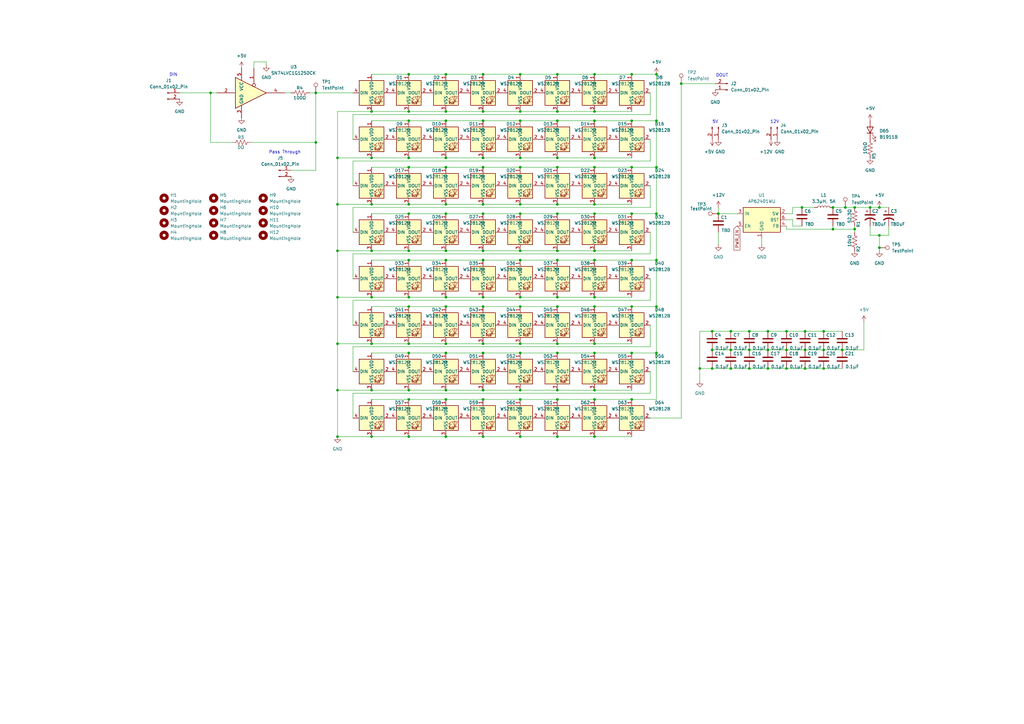
<source format=kicad_sch>
(kicad_sch (version 20231120) (generator "eeschema") (generator_version "8.0")
  (paper "A3")
  (junction (at 243.84 163.83))
  (junction (at 307.34 143.51))
  (junction (at 198.12 144.78))
  (junction (at 330.2 135.89))
  (junction (at 182.88 179.07))
  (junction (at 228.6 140.97))
  (junction (at 269.24 68.58))
  (junction (at 182.88 45.72))
  (junction (at 322.58 151.13))
  (junction (at 198.12 163.83))
  (junction (at 198.12 140.97))
  (junction (at 198.12 49.53))
  (junction (at 228.6 160.02))
  (junction (at 299.72 135.89))
  (junction (at 167.64 45.72))
  (junction (at 243.84 140.97))
  (junction (at 182.88 87.63))
  (junction (at 167.64 30.48))
  (junction (at 213.36 49.53))
  (junction (at 350.52 93.98))
  (junction (at 243.84 83.82))
  (junction (at 322.58 135.89))
  (junction (at 243.84 45.72))
  (junction (at 269.24 49.53))
  (junction (at 213.36 102.87))
  (junction (at 259.08 163.83))
  (junction (at 182.88 83.82))
  (junction (at 346.71 85.09))
  (junction (at 269.24 125.73))
  (junction (at 243.84 121.92))
  (junction (at 228.6 163.83))
  (junction (at 213.36 64.77))
  (junction (at 360.68 96.52))
  (junction (at 129.54 58.42))
  (junction (at 129.54 38.1))
  (junction (at 138.43 160.02))
  (junction (at 198.12 45.72))
  (junction (at 167.64 102.87))
  (junction (at 287.02 151.13))
  (junction (at 213.36 87.63))
  (junction (at 182.88 125.73))
  (junction (at 213.36 144.78))
  (junction (at 228.6 64.77))
  (junction (at 152.4 83.82))
  (junction (at 167.64 49.53))
  (junction (at 167.64 87.63))
  (junction (at 228.6 106.68))
  (junction (at 292.1 151.13))
  (junction (at 198.12 106.68))
  (junction (at 213.36 163.83))
  (junction (at 182.88 140.97))
  (junction (at 213.36 179.07))
  (junction (at 198.12 160.02))
  (junction (at 138.43 102.87))
  (junction (at 341.63 85.09))
  (junction (at 243.84 160.02))
  (junction (at 213.36 83.82))
  (junction (at 152.4 160.02))
  (junction (at 167.64 64.77))
  (junction (at 243.84 179.07))
  (junction (at 259.08 30.48))
  (junction (at 243.84 144.78))
  (junction (at 167.64 125.73))
  (junction (at 269.24 30.48))
  (junction (at 330.2 151.13))
  (junction (at 198.12 30.48))
  (junction (at 360.68 101.6))
  (junction (at 269.24 106.68))
  (junction (at 182.88 106.68))
  (junction (at 182.88 160.02))
  (junction (at 138.43 179.07))
  (junction (at 294.64 87.63))
  (junction (at 198.12 83.82))
  (junction (at 182.88 163.83))
  (junction (at 228.6 121.92))
  (junction (at 167.64 83.82))
  (junction (at 167.64 163.83))
  (junction (at 182.88 68.58))
  (junction (at 138.43 121.92))
  (junction (at 167.64 179.07))
  (junction (at 243.84 49.53))
  (junction (at 198.12 179.07))
  (junction (at 152.4 121.92))
  (junction (at 314.96 151.13))
  (junction (at 259.08 49.53))
  (junction (at 152.4 45.72))
  (junction (at 213.36 30.48))
  (junction (at 167.64 144.78))
  (junction (at 243.84 68.58))
  (junction (at 138.43 64.77))
  (junction (at 167.64 121.92))
  (junction (at 198.12 121.92))
  (junction (at 198.12 87.63))
  (junction (at 86.36 38.1))
  (junction (at 228.6 83.82))
  (junction (at 299.72 143.51))
  (junction (at 213.36 45.72))
  (junction (at 228.6 87.63))
  (junction (at 228.6 144.78))
  (junction (at 330.2 143.51))
  (junction (at 138.43 83.82))
  (junction (at 167.64 140.97))
  (junction (at 228.6 68.58))
  (junction (at 228.6 125.73))
  (junction (at 337.82 143.51))
  (junction (at 243.84 64.77))
  (junction (at 350.52 85.09))
  (junction (at 243.84 106.68))
  (junction (at 182.88 121.92))
  (junction (at 292.1 143.51))
  (junction (at 337.82 135.89))
  (junction (at 314.96 135.89))
  (junction (at 259.08 106.68))
  (junction (at 228.6 49.53))
  (junction (at 167.64 160.02))
  (junction (at 279.4 34.29))
  (junction (at 269.24 144.78))
  (junction (at 198.12 64.77))
  (junction (at 167.64 68.58))
  (junction (at 167.64 106.68))
  (junction (at 213.36 68.58))
  (junction (at 345.44 143.51))
  (junction (at 213.36 140.97))
  (junction (at 213.36 160.02))
  (junction (at 243.84 125.73))
  (junction (at 198.12 102.87))
  (junction (at 314.96 143.51))
  (junction (at 322.58 143.51))
  (junction (at 299.72 151.13))
  (junction (at 182.88 102.87))
  (junction (at 228.6 179.07))
  (junction (at 182.88 64.77))
  (junction (at 213.36 106.68))
  (junction (at 213.36 121.92))
  (junction (at 152.4 179.07))
  (junction (at 341.63 93.98))
  (junction (at 182.88 144.78))
  (junction (at 243.84 87.63))
  (junction (at 337.82 151.13))
  (junction (at 307.34 151.13))
  (junction (at 182.88 49.53))
  (junction (at 243.84 30.48))
  (junction (at 152.4 140.97))
  (junction (at 259.08 68.58))
  (junction (at 138.43 140.97))
  (junction (at 182.88 30.48))
  (junction (at 213.36 125.73))
  (junction (at 259.08 125.73))
  (junction (at 360.68 85.09))
  (junction (at 243.84 102.87))
  (junction (at 198.12 68.58))
  (junction (at 198.12 125.73))
  (junction (at 328.93 85.09))
  (junction (at 228.6 45.72))
  (junction (at 259.08 144.78))
  (junction (at 152.4 102.87))
  (junction (at 307.34 135.89))
  (junction (at 269.24 87.63))
  (junction (at 356.87 85.09))
  (junction (at 228.6 102.87))
  (junction (at 259.08 87.63))
  (junction (at 152.4 64.77))
  (junction (at 228.6 30.48))
  (junction (at 292.1 135.89))
  (wire (pts (xy 144.78 123.19) (xy 144.78 133.35)))
  (wire (pts (xy 350.52 85.09) (xy 356.87 85.09)))
  (wire (pts (xy 152.4 144.78) (xy 167.64 144.78)))
  (wire (pts (xy 243.84 87.63) (xy 259.08 87.63)))
  (wire (pts (xy 152.4 45.72) (xy 167.64 45.72)))
  (wire (pts (xy 341.63 85.09) (xy 346.71 85.09)))
  (wire (pts (xy 299.72 151.13) (xy 307.34 151.13)))
  (wire (pts (xy 104.14 27.94) (xy 104.14 25.4)))
  (wire (pts (xy 269.24 49.53) (xy 259.08 49.53)))
  (wire (pts (xy 73.66 38.1) (xy 86.36 38.1)))
  (wire (pts (xy 330.2 135.89) (xy 337.82 135.89)))
  (wire (pts (xy 364.49 96.52) (xy 364.49 92.71)))
  (wire (pts (xy 198.12 144.78) (xy 213.36 144.78)))
  (wire (pts (xy 138.43 45.72) (xy 138.43 64.77)))
  (wire (pts (xy 287.02 151.13) (xy 287.02 156.21)))
  (wire (pts (xy 228.6 121.92) (xy 243.84 121.92)))
  (wire (pts (xy 299.72 135.89) (xy 307.34 135.89)))
  (wire (pts (xy 213.36 64.77) (xy 228.6 64.77)))
  (wire (pts (xy 266.7 38.1) (xy 266.7 46.99)))
  (wire (pts (xy 182.88 45.72) (xy 198.12 45.72)))
  (wire (pts (xy 299.72 143.51) (xy 307.34 143.51)))
  (wire (pts (xy 360.68 101.6) (xy 360.68 102.87)))
  (wire (pts (xy 243.84 179.07) (xy 259.08 179.07)))
  (wire (pts (xy 138.43 83.82) (xy 152.4 83.82)))
  (wire (pts (xy 129.54 69.85) (xy 119.38 69.85)))
  (wire (pts (xy 228.6 45.72) (xy 243.84 45.72)))
  (wire (pts (xy 228.6 87.63) (xy 243.84 87.63)))
  (wire (pts (xy 213.36 144.78) (xy 228.6 144.78)))
  (wire (pts (xy 228.6 144.78) (xy 243.84 144.78)))
  (wire (pts (xy 279.4 171.45) (xy 279.4 34.29)))
  (wire (pts (xy 307.34 135.89) (xy 314.96 135.89)))
  (wire (pts (xy 287.02 135.89) (xy 287.02 151.13)))
  (wire (pts (xy 167.64 106.68) (xy 182.88 106.68)))
  (wire (pts (xy 228.6 49.53) (xy 243.84 49.53)))
  (wire (pts (xy 198.12 64.77) (xy 213.36 64.77)))
  (wire (pts (xy 138.43 160.02) (xy 152.4 160.02)))
  (wire (pts (xy 266.7 161.29) (xy 144.78 161.29)))
  (wire (pts (xy 312.42 100.33) (xy 312.42 97.79)))
  (wire (pts (xy 269.24 144.78) (xy 259.08 144.78)))
  (wire (pts (xy 322.58 92.71) (xy 322.58 93.98)))
  (wire (pts (xy 360.68 96.52) (xy 364.49 96.52)))
  (wire (pts (xy 266.7 76.2) (xy 266.7 85.09)))
  (wire (pts (xy 144.78 85.09) (xy 144.78 95.25)))
  (wire (pts (xy 266.7 46.99) (xy 144.78 46.99)))
  (wire (pts (xy 182.88 102.87) (xy 198.12 102.87)))
  (wire (pts (xy 266.7 114.3) (xy 266.7 123.19)))
  (wire (pts (xy 213.36 87.63) (xy 228.6 87.63)))
  (wire (pts (xy 350.52 93.98) (xy 350.52 95.25)))
  (wire (pts (xy 266.7 152.4) (xy 266.7 161.29)))
  (wire (pts (xy 360.68 85.09) (xy 364.49 85.09)))
  (wire (pts (xy 129.54 58.42) (xy 129.54 69.85)))
  (wire (pts (xy 345.44 143.51) (xy 354.33 143.51)))
  (wire (pts (xy 198.12 102.87) (xy 213.36 102.87)))
  (wire (pts (xy 138.43 160.02) (xy 138.43 179.07)))
  (wire (pts (xy 167.64 121.92) (xy 182.88 121.92)))
  (wire (pts (xy 138.43 64.77) (xy 138.43 83.82)))
  (wire (pts (xy 198.12 160.02) (xy 213.36 160.02)))
  (wire (pts (xy 198.12 87.63) (xy 213.36 87.63)))
  (wire (pts (xy 182.88 179.07) (xy 198.12 179.07)))
  (wire (pts (xy 307.34 143.51) (xy 314.96 143.51)))
  (wire (pts (xy 269.24 68.58) (xy 269.24 87.63)))
  (wire (pts (xy 266.7 171.45) (xy 279.4 171.45)))
  (wire (pts (xy 198.12 68.58) (xy 213.36 68.58)))
  (wire (pts (xy 182.88 64.77) (xy 198.12 64.77)))
  (wire (pts (xy 167.64 102.87) (xy 182.88 102.87)))
  (wire (pts (xy 228.6 68.58) (xy 243.84 68.58)))
  (wire (pts (xy 152.4 160.02) (xy 167.64 160.02)))
  (wire (pts (xy 138.43 83.82) (xy 138.43 102.87)))
  (wire (pts (xy 102.87 58.42) (xy 129.54 58.42)))
  (wire (pts (xy 152.4 64.77) (xy 167.64 64.77)))
  (wire (pts (xy 314.96 151.13) (xy 322.58 151.13)))
  (wire (pts (xy 292.1 135.89) (xy 299.72 135.89)))
  (wire (pts (xy 328.93 85.09) (xy 334.01 85.09)))
  (wire (pts (xy 109.22 25.4) (xy 109.22 26.67)))
  (wire (pts (xy 243.84 49.53) (xy 259.08 49.53)))
  (wire (pts (xy 243.84 106.68) (xy 259.08 106.68)))
  (wire (pts (xy 243.84 102.87) (xy 259.08 102.87)))
  (wire (pts (xy 198.12 163.83) (xy 213.36 163.83)))
  (wire (pts (xy 138.43 179.07) (xy 152.4 179.07)))
  (wire (pts (xy 325.12 90.17) (xy 325.12 92.71)))
  (wire (pts (xy 144.78 46.99) (xy 144.78 57.15)))
  (wire (pts (xy 213.36 163.83) (xy 228.6 163.83)))
  (wire (pts (xy 266.7 142.24) (xy 144.78 142.24)))
  (wire (pts (xy 322.58 151.13) (xy 330.2 151.13)))
  (wire (pts (xy 213.36 125.73) (xy 228.6 125.73)))
  (wire (pts (xy 346.71 85.09) (xy 350.52 85.09)))
  (wire (pts (xy 116.84 38.1) (xy 119.38 38.1)))
  (wire (pts (xy 213.36 140.97) (xy 228.6 140.97)))
  (wire (pts (xy 269.24 87.63) (xy 269.24 106.68)))
  (wire (pts (xy 182.88 87.63) (xy 198.12 87.63)))
  (wire (pts (xy 341.63 93.98) (xy 341.63 92.71)))
  (wire (pts (xy 228.6 140.97) (xy 243.84 140.97)))
  (wire (pts (xy 167.64 64.77) (xy 182.88 64.77)))
  (wire (pts (xy 86.36 38.1) (xy 88.9 38.1)))
  (wire (pts (xy 243.84 83.82) (xy 259.08 83.82)))
  (wire (pts (xy 269.24 49.53) (xy 269.24 68.58)))
  (wire (pts (xy 294.64 87.63) (xy 302.26 87.63)))
  (wire (pts (xy 198.12 30.48) (xy 213.36 30.48)))
  (wire (pts (xy 228.6 106.68) (xy 243.84 106.68)))
  (wire (pts (xy 322.58 143.51) (xy 330.2 143.51)))
  (wire (pts (xy 228.6 30.48) (xy 243.84 30.48)))
  (wire (pts (xy 127 38.1) (xy 129.54 38.1)))
  (wire (pts (xy 322.58 135.89) (xy 330.2 135.89)))
  (wire (pts (xy 144.78 66.04) (xy 144.78 76.2)))
  (wire (pts (xy 269.24 87.63) (xy 259.08 87.63)))
  (wire (pts (xy 213.36 49.53) (xy 228.6 49.53)))
  (wire (pts (xy 294.64 95.25) (xy 294.64 100.33)))
  (wire (pts (xy 167.64 87.63) (xy 182.88 87.63)))
  (wire (pts (xy 228.6 160.02) (xy 243.84 160.02)))
  (wire (pts (xy 182.88 30.48) (xy 198.12 30.48)))
  (wire (pts (xy 269.24 125.73) (xy 269.24 144.78)))
  (wire (pts (xy 167.64 45.72) (xy 182.88 45.72)))
  (wire (pts (xy 213.36 106.68) (xy 228.6 106.68)))
  (wire (pts (xy 243.84 45.72) (xy 259.08 45.72)))
  (wire (pts (xy 182.88 125.73) (xy 198.12 125.73)))
  (wire (pts (xy 182.88 49.53) (xy 198.12 49.53)))
  (wire (pts (xy 104.14 25.4) (xy 109.22 25.4)))
  (wire (pts (xy 213.36 83.82) (xy 228.6 83.82)))
  (wire (pts (xy 292.1 135.89) (xy 287.02 135.89)))
  (wire (pts (xy 182.88 160.02) (xy 198.12 160.02)))
  (wire (pts (xy 167.64 144.78) (xy 182.88 144.78)))
  (wire (pts (xy 198.12 45.72) (xy 213.36 45.72)))
  (wire (pts (xy 243.84 144.78) (xy 259.08 144.78)))
  (wire (pts (xy 269.24 68.58) (xy 259.08 68.58)))
  (wire (pts (xy 360.68 96.52) (xy 360.68 101.6)))
  (wire (pts (xy 182.88 68.58) (xy 198.12 68.58)))
  (wire (pts (xy 144.78 161.29) (xy 144.78 171.45)))
  (wire (pts (xy 322.58 93.98) (xy 341.63 93.98)))
  (wire (pts (xy 138.43 102.87) (xy 152.4 102.87)))
  (wire (pts (xy 266.7 95.25) (xy 266.7 104.14)))
  (wire (pts (xy 269.24 30.48) (xy 269.24 49.53)))
  (wire (pts (xy 314.96 143.51) (xy 322.58 143.51)))
  (wire (pts (xy 129.54 38.1) (xy 144.78 38.1)))
  (wire (pts (xy 86.36 58.42) (xy 95.25 58.42)))
  (wire (pts (xy 213.36 179.07) (xy 228.6 179.07)))
  (wire (pts (xy 330.2 143.51) (xy 337.82 143.51)))
  (wire (pts (xy 167.64 68.58) (xy 182.88 68.58)))
  (wire (pts (xy 152.4 87.63) (xy 167.64 87.63)))
  (wire (pts (xy 198.12 140.97) (xy 213.36 140.97)))
  (wire (pts (xy 356.87 85.09) (xy 360.68 85.09)))
  (wire (pts (xy 269.24 106.68) (xy 269.24 125.73)))
  (wire (pts (xy 198.12 49.53) (xy 213.36 49.53)))
  (wire (pts (xy 228.6 83.82) (xy 243.84 83.82)))
  (wire (pts (xy 337.82 143.51) (xy 345.44 143.51)))
  (wire (pts (xy 269.24 144.78) (xy 269.24 163.83)))
  (wire (pts (xy 167.64 49.53) (xy 182.88 49.53)))
  (wire (pts (xy 182.88 121.92) (xy 198.12 121.92)))
  (wire (pts (xy 266.7 123.19) (xy 144.78 123.19)))
  (wire (pts (xy 259.08 30.48) (xy 269.24 30.48)))
  (wire (pts (xy 243.84 121.92) (xy 259.08 121.92)))
  (wire (pts (xy 341.63 93.98) (xy 350.52 93.98)))
  (wire (pts (xy 228.6 64.77) (xy 243.84 64.77)))
  (wire (pts (xy 266.7 85.09) (xy 144.78 85.09)))
  (wire (pts (xy 337.82 151.13) (xy 345.44 151.13)))
  (wire (pts (xy 152.4 121.92) (xy 167.64 121.92)))
  (wire (pts (xy 167.64 163.83) (xy 182.88 163.83)))
  (wire (pts (xy 354.33 132.08) (xy 354.33 143.51)))
  (wire (pts (xy 213.36 102.87) (xy 228.6 102.87)))
  (wire (pts (xy 182.88 106.68) (xy 198.12 106.68)))
  (wire (pts (xy 152.4 49.53) (xy 167.64 49.53)))
  (wire (pts (xy 269.24 106.68) (xy 259.08 106.68)))
  (wire (pts (xy 356.87 92.71) (xy 356.87 96.52)))
  (wire (pts (xy 337.82 135.89) (xy 345.44 135.89)))
  (wire (pts (xy 144.78 104.14) (xy 144.78 114.3)))
  (wire (pts (xy 152.4 83.82) (xy 167.64 83.82)))
  (wire (pts (xy 292.1 151.13) (xy 299.72 151.13)))
  (wire (pts (xy 198.12 83.82) (xy 213.36 83.82)))
  (wire (pts (xy 228.6 163.83) (xy 243.84 163.83)))
  (wire (pts (xy 138.43 121.92) (xy 138.43 140.97)))
  (wire (pts (xy 228.6 125.73) (xy 243.84 125.73)))
  (wire (pts (xy 182.88 163.83) (xy 198.12 163.83)))
  (wire (pts (xy 228.6 179.07) (xy 243.84 179.07)))
  (wire (pts (xy 330.2 151.13) (xy 337.82 151.13)))
  (wire (pts (xy 138.43 64.77) (xy 152.4 64.77)))
  (wire (pts (xy 167.64 125.73) (xy 182.88 125.73)))
  (wire (pts (xy 356.87 96.52) (xy 360.68 96.52)))
  (wire (pts (xy 138.43 140.97) (xy 152.4 140.97)))
  (wire (pts (xy 243.84 68.58) (xy 259.08 68.58)))
  (wire (pts (xy 213.36 45.72) (xy 228.6 45.72)))
  (wire (pts (xy 279.4 34.29) (xy 293.37 34.29)))
  (wire (pts (xy 266.7 104.14) (xy 144.78 104.14)))
  (wire (pts (xy 152.4 140.97) (xy 167.64 140.97)))
  (wire (pts (xy 167.64 160.02) (xy 182.88 160.02)))
  (wire (pts (xy 167.64 140.97) (xy 182.88 140.97)))
  (wire (pts (xy 152.4 30.48) (xy 167.64 30.48)))
  (wire (pts (xy 307.34 151.13) (xy 314.96 151.13)))
  (wire (pts (xy 167.64 179.07) (xy 182.88 179.07)))
  (wire (pts (xy 198.12 106.68) (xy 213.36 106.68)))
  (wire (pts (xy 144.78 142.24) (xy 144.78 152.4)))
  (wire (pts (xy 213.36 68.58) (xy 228.6 68.58)))
  (wire (pts (xy 213.36 121.92) (xy 228.6 121.92)))
  (wire (pts (xy 198.12 121.92) (xy 213.36 121.92)))
  (wire (pts (xy 266.7 133.35) (xy 266.7 142.24)))
  (wire (pts (xy 213.36 160.02) (xy 228.6 160.02)))
  (wire (pts (xy 213.36 30.48) (xy 228.6 30.48)))
  (wire (pts (xy 129.54 58.42) (xy 129.54 38.1)))
  (wire (pts (xy 138.43 140.97) (xy 138.43 160.02)))
  (wire (pts (xy 325.12 85.09) (xy 328.93 85.09)))
  (wire (pts (xy 243.84 64.77) (xy 259.08 64.77)))
  (wire (pts (xy 325.12 92.71) (xy 328.93 92.71)))
  (wire (pts (xy 314.96 135.89) (xy 322.58 135.89)))
  (wire (pts (xy 152.4 179.07) (xy 167.64 179.07)))
  (wire (pts (xy 138.43 102.87) (xy 138.43 121.92)))
  (wire (pts (xy 243.84 125.73) (xy 259.08 125.73)))
  (wire (pts (xy 152.4 106.68) (xy 167.64 106.68)))
  (wire (pts (xy 198.12 125.73) (xy 213.36 125.73)))
  (wire (pts (xy 243.84 160.02) (xy 259.08 160.02)))
  (wire (pts (xy 322.58 87.63) (xy 325.12 87.63)))
  (wire (pts (xy 292.1 143.51) (xy 299.72 143.51)))
  (wire (pts (xy 269.24 125.73) (xy 259.08 125.73)))
  (wire (pts (xy 152.4 68.58) (xy 167.64 68.58)))
  (wire (pts (xy 182.88 140.97) (xy 198.12 140.97)))
  (wire (pts (xy 86.36 38.1) (xy 86.36 58.42)))
  (wire (pts (xy 266.7 66.04) (xy 144.78 66.04)))
  (wire (pts (xy 287.02 151.13) (xy 292.1 151.13)))
  (wire (pts (xy 152.4 125.73) (xy 167.64 125.73)))
  (wire (pts (xy 243.84 30.48) (xy 259.08 30.48)))
  (wire (pts (xy 152.4 163.83) (xy 167.64 163.83)))
  (wire (pts (xy 182.88 144.78) (xy 198.12 144.78)))
  (wire (pts (xy 152.4 45.72) (xy 138.43 45.72)))
  (wire (pts (xy 266.7 57.15) (xy 266.7 66.04)))
  (wire (pts (xy 325.12 87.63) (xy 325.12 85.09)))
  (wire (pts (xy 167.64 83.82) (xy 182.88 83.82)))
  (wire (pts (xy 228.6 102.87) (xy 243.84 102.87)))
  (wire (pts (xy 167.64 30.48) (xy 182.88 30.48)))
  (wire (pts (xy 243.84 140.97) (xy 259.08 140.97)))
  (wire (pts (xy 198.12 179.07) (xy 213.36 179.07)))
  (wire (pts (xy 152.4 102.87) (xy 167.64 102.87)))
  (wire (pts (xy 322.58 90.17) (xy 325.12 90.17)))
  (wire (pts (xy 269.24 163.83) (xy 259.08 163.83)))
  (wire (pts (xy 243.84 163.83) (xy 259.08 163.83)))
  (wire (pts (xy 138.43 121.92) (xy 152.4 121.92)))
  (wire (pts (xy 294.64 85.09) (xy 294.64 87.63)))
  (wire (pts (xy 182.88 83.82) (xy 198.12 83.82)))
  (wire (pts (xy 350.52 93.98) (xy 350.52 92.71)))
  (text "5V\n" (at 293.37 50.038 0) (effects (font (size 1.27 1.27))))
  (text "Pass Through" (at 116.84 62.484 0) (effects (font (size 1.27 1.27))))
  (text "12V" (at 317.754 50.038 0) (effects (font (size 1.27 1.27))))
  (text "DIN" (at 71.12 30.734 0) (effects (font (size 1.27 1.27))))
  (text "DOUT" (at 296.164 30.988 0) (effects (font (size 1.27 1.27))))
  (global_label "PWR_EN" (shape input) (at 302.26 92.71 270) (property "Intersheetrefs" "${INTERSHEET_REFS}" (effects (hide yes))))
  (symbol (lib_id "Mechanical:MountingHole") (at 67.31 81.28 0) (unit 1) (exclude_from_sim yes) (in_bom no)
    (property "Reference" "H1" (at 69.85 80.0099 0) (effects (justify left)))
    (property "Value" "MountingHole" (at 69.85 82.5499 0) (effects (justify left)))
    (property "Footprint" "MountingHole:MountingHole_3.2mm_M3_Pad" (effects (hide yes)))
    (property "Description" "Mounting Hole without connection" (effects (hide yes)))
  )
  (symbol (lib_id "Connector:TestPoint") (at 294.64 87.63 90) (unit 1)
    (property "Reference" "TP3" (at 287.782 83.82 90))
    (property "Value" "TestPoint" (at 287.528 85.598 90))
    (property "Footprint" "TestPoint:TestPoint_Pad_D1.0mm" (effects (hide yes)))
    (property "Description" "test point" (effects (hide yes)))
  )
  (symbol (lib_id "LED:WS2812B") (at 259.08 114.3 0) (unit 1)
    (property "Reference" "D40" (at 270.51 107.9814 0))
    (property "Value" "WS2812B" (at 270.51 110.5214 0))
    (property "Footprint" "LED_SMD:LED_WS2812B_PLCC4_5.0x5.0mm_P3.2mm" (effects (hide yes)))
    (property "Datasheet" "https://cdn-shop.adafruit.com/datasheets/WS2812B.pdf" (effects (hide yes)))
    (property "Description" "RGB LED with integrated controller" (effects (hide yes)))
  )
  (symbol (lib_id "Device:R_US") (at 99.06 58.42 90) (unit 1)
    (property "Reference" "R3" (at 98.806 56.388 90))
    (property "Value" "0Ω" (at 98.806 60.452 90))
    (property "Footprint" "Resistor_SMD:R_0603_1608Metric" (effects (hide yes)))
    (property "Description" "Resistor, US symbol" (effects (hide yes)))
  )
  (symbol (lib_id "LED:WS2812B") (at 182.88 76.2 0) (unit 1)
    (property "Reference" "D19" (at 194.31 69.8814 0))
    (property "Value" "WS2812B" (at 194.31 72.4214 0))
    (property "Footprint" "LED_SMD:LED_WS2812B_PLCC4_5.0x5.0mm_P3.2mm" (effects (hide yes)))
    (property "Datasheet" "https://cdn-shop.adafruit.com/datasheets/WS2812B.pdf" (effects (hide yes)))
    (property "Description" "RGB LED with integrated controller" (effects (hide yes)))
  )
  (symbol (lib_id "Device:C") (at 299.72 139.7 0) (unit 1)
    (property "Reference" "C7" (at 300.736 137.414 0) (effects (justify left)))
    (property "Value" "0.1μF" (at 300.99 142.748 0) (effects (justify left)))
    (property "Footprint" "Capacitor_SMD:C_0603_1608Metric" (effects (hide yes)))
    (property "Description" "Unpolarized capacitor" (effects (hide yes)))
  )
  (symbol (lib_id "power:+5V") (at 360.68 85.09 0) (unit 1)
    (property "Reference" "#PWR012" (effects (hide yes)))
    (property "Value" "+5V" (at 360.68 80.01 0))
    (property "Description" "Power symbol creates a global label with name \"+5V\"" (effects (hide yes)))
  )
  (symbol (lib_id "Device:C") (at 322.58 139.7 0) (unit 1)
    (property "Reference" "C10" (at 323.596 137.414 0) (effects (justify left)))
    (property "Value" "0.1μF" (at 323.85 142.748 0) (effects (justify left)))
    (property "Footprint" "Capacitor_SMD:C_0603_1608Metric" (effects (hide yes)))
    (property "Description" "Unpolarized capacitor" (effects (hide yes)))
  )
  (symbol (lib_id "LED:WS2812B") (at 182.88 171.45 0) (unit 1)
    (property "Reference" "D59" (at 194.31 165.1314 0))
    (property "Value" "WS2812B" (at 194.31 167.6714 0))
    (property "Footprint" "LED_SMD:LED_WS2812B_PLCC4_5.0x5.0mm_P3.2mm" (effects (hide yes)))
    (property "Datasheet" "https://cdn-shop.adafruit.com/datasheets/WS2812B.pdf" (effects (hide yes)))
    (property "Description" "RGB LED with integrated controller" (effects (hide yes)))
  )
  (symbol (lib_id "Device:C") (at 328.93 88.9 0) (unit 1)
    (property "Reference" "C6" (at 329.946 86.614 0) (effects (justify left)))
    (property "Value" "TBD" (at 330.2 91.948 0) (effects (justify left)))
    (property "Footprint" "Capacitor_SMD:C_0603_1608Metric" (effects (hide yes)))
    (property "Description" "Unpolarized capacitor" (effects (hide yes)))
  )
  (symbol (lib_id "power:GND") (at 318.77 57.15 0) (unit 1)
    (property "Reference" "#PWR014" (effects (hide yes)))
    (property "Value" "GND" (at 319.786 62.23 0))
    (property "Description" "Power symbol creates a global label with name \"GND\" , ground" (effects (hide yes)))
  )
  (symbol (lib_id "Device:R_US") (at 350.52 99.06 0) (unit 1)
    (property "Reference" "R2" (at 352.044 102.108 90))
    (property "Value" "10kΩ" (at 348.488 98.806 90))
    (property "Footprint" "Resistor_SMD:R_0603_1608Metric" (effects (hide yes)))
    (property "Description" "Resistor, US symbol" (effects (hide yes)))
  )
  (symbol (lib_id "LED:WS2812B") (at 152.4 57.15 0) (unit 1)
    (property "Reference" "D9" (at 163.83 50.8314 0))
    (property "Value" "WS2812B" (at 163.83 53.3714 0))
    (property "Footprint" "LED_SMD:LED_WS2812B_PLCC4_5.0x5.0mm_P3.2mm" (effects (hide yes)))
    (property "Datasheet" "https://cdn-shop.adafruit.com/datasheets/WS2812B.pdf" (effects (hide yes)))
    (property "Description" "RGB LED with integrated controller" (effects (hide yes)))
  )
  (symbol (lib_id "power:+5V") (at 356.87 49.53 0) (unit 1)
    (property "Reference" "#PWR017" (effects (hide yes)))
    (property "Value" "+5V" (at 356.87 44.45 0))
    (property "Description" "Power symbol creates a global label with name \"+5V\"" (effects (hide yes)))
  )
  (symbol (lib_id "power:GND") (at 294.64 57.15 0) (unit 1)
    (property "Reference" "#PWR06" (effects (hide yes)))
    (property "Value" "GND" (at 295.402 62.23 0))
    (property "Description" "Power symbol creates a global label with name \"GND\" , ground" (effects (hide yes)))
  )
  (symbol (lib_id "LED:WS2812B") (at 198.12 95.25 0) (unit 1)
    (property "Reference" "D28" (at 209.55 88.9314 0))
    (property "Value" "WS2812B" (at 209.55 91.4714 0))
    (property "Footprint" "LED_SMD:LED_WS2812B_PLCC4_5.0x5.0mm_P3.2mm" (effects (hide yes)))
    (property "Datasheet" "https://cdn-shop.adafruit.com/datasheets/WS2812B.pdf" (effects (hide yes)))
    (property "Description" "RGB LED with integrated controller" (effects (hide yes)))
  )
  (symbol (lib_id "Mechanical:MountingHole") (at 107.95 96.52 0) (unit 1) (exclude_from_sim yes) (in_bom no)
    (property "Reference" "H12" (at 110.49 95.2499 0) (effects (justify left)))
    (property "Value" "MountingHole" (at 110.49 97.7899 0) (effects (justify left)))
    (property "Footprint" "MountingHole:MountingHole_3.2mm_M3_Pad" (effects (hide yes)))
    (property "Description" "Mounting Hole without connection" (effects (hide yes)))
  )
  (symbol (lib_id "power:GND") (at 356.87 64.77 0) (unit 1)
    (property "Reference" "#PWR022" (effects (hide yes)))
    (property "Value" "GND" (at 356.87 69.85 0))
    (property "Description" "Power symbol creates a global label with name \"GND\" , ground" (effects (hide yes)))
  )
  (symbol (lib_id "LED:WS2812B") (at 259.08 152.4 0) (unit 1)
    (property "Reference" "D56" (at 270.51 146.0814 0))
    (property "Value" "WS2812B" (at 270.51 148.6214 0))
    (property "Footprint" "LED_SMD:LED_WS2812B_PLCC4_5.0x5.0mm_P3.2mm" (effects (hide yes)))
    (property "Datasheet" "https://cdn-shop.adafruit.com/datasheets/WS2812B.pdf" (effects (hide yes)))
    (property "Description" "RGB LED with integrated controller" (effects (hide yes)))
  )
  (symbol (lib_id "LED:WS2812B") (at 259.08 95.25 0) (unit 1)
    (property "Reference" "D32" (at 270.51 88.9314 0))
    (property "Value" "WS2812B" (at 270.51 91.4714 0))
    (property "Footprint" "LED_SMD:LED_WS2812B_PLCC4_5.0x5.0mm_P3.2mm" (effects (hide yes)))
    (property "Datasheet" "https://cdn-shop.adafruit.com/datasheets/WS2812B.pdf" (effects (hide yes)))
    (property "Description" "RGB LED with integrated controller" (effects (hide yes)))
  )
  (symbol (lib_id "power:GND") (at 119.38 72.39 0) (unit 1)
    (property "Reference" "#PWR021" (effects (hide yes)))
    (property "Value" "GND" (at 119.38 77.47 0))
    (property "Description" "Power symbol creates a global label with name \"GND\" , ground" (effects (hide yes)))
  )
  (symbol (lib_id "power:+5V") (at 292.1 57.15 180) (unit 1)
    (property "Reference" "#PWR05" (effects (hide yes)))
    (property "Value" "+5V" (at 290.83 62.23 0))
    (property "Description" "Power symbol creates a global label with name \"+5V\"" (effects (hide yes)))
  )
  (symbol (lib_id "Device:C") (at 337.82 139.7 0) (unit 1)
    (property "Reference" "C12" (at 338.836 137.414 0) (effects (justify left)))
    (property "Value" "0.1μF" (at 339.09 142.748 0) (effects (justify left)))
    (property "Footprint" "Capacitor_SMD:C_0603_1608Metric" (effects (hide yes)))
    (property "Description" "Unpolarized capacitor" (effects (hide yes)))
  )
  (symbol (lib_id "LED:WS2812B") (at 228.6 95.25 0) (unit 1)
    (property "Reference" "D30" (at 240.03 88.9314 0))
    (property "Value" "WS2812B" (at 240.03 91.4714 0))
    (property "Footprint" "LED_SMD:LED_WS2812B_PLCC4_5.0x5.0mm_P3.2mm" (effects (hide yes)))
    (property "Datasheet" "https://cdn-shop.adafruit.com/datasheets/WS2812B.pdf" (effects (hide yes)))
    (property "Description" "RGB LED with integrated controller" (effects (hide yes)))
  )
  (symbol (lib_id "LED:WS2812B") (at 198.12 133.35 0) (unit 1)
    (property "Reference" "D44" (at 209.55 127.0314 0))
    (property "Value" "WS2812B" (at 209.55 129.5714 0))
    (property "Footprint" "LED_SMD:LED_WS2812B_PLCC4_5.0x5.0mm_P3.2mm" (effects (hide yes)))
    (property "Datasheet" "https://cdn-shop.adafruit.com/datasheets/WS2812B.pdf" (effects (hide yes)))
    (property "Description" "RGB LED with integrated controller" (effects (hide yes)))
  )
  (symbol (lib_id "LED:WS2812B") (at 198.12 76.2 0) (unit 1)
    (property "Reference" "D20" (at 209.55 69.8814 0))
    (property "Value" "WS2812B" (at 209.55 72.4214 0))
    (property "Footprint" "LED_SMD:LED_WS2812B_PLCC4_5.0x5.0mm_P3.2mm" (effects (hide yes)))
    (property "Datasheet" "https://cdn-shop.adafruit.com/datasheets/WS2812B.pdf" (effects (hide yes)))
    (property "Description" "RGB LED with integrated controller" (effects (hide yes)))
  )
  (symbol (lib_id "LED:WS2812B") (at 198.12 114.3 0) (unit 1)
    (property "Reference" "D36" (at 209.55 107.9814 0))
    (property "Value" "WS2812B" (at 209.55 110.5214 0))
    (property "Footprint" "LED_SMD:LED_WS2812B_PLCC4_5.0x5.0mm_P3.2mm" (effects (hide yes)))
    (property "Datasheet" "https://cdn-shop.adafruit.com/datasheets/WS2812B.pdf" (effects (hide yes)))
    (property "Description" "RGB LED with integrated controller" (effects (hide yes)))
  )
  (symbol (lib_id "LED:WS2812B") (at 152.4 38.1 0) (unit 1)
    (property "Reference" "D1" (at 163.83 31.7814 0))
    (property "Value" "WS2812B" (at 163.83 34.3214 0))
    (property "Footprint" "LED_SMD:LED_WS2812B_PLCC4_5.0x5.0mm_P3.2mm" (effects (hide yes)))
    (property "Datasheet" "https://cdn-shop.adafruit.com/datasheets/WS2812B.pdf" (effects (hide yes)))
    (property "Description" "RGB LED with integrated controller" (effects (hide yes)))
  )
  (symbol (lib_id "Device:C") (at 330.2 139.7 0) (unit 1)
    (property "Reference" "C11" (at 331.216 137.414 0) (effects (justify left)))
    (property "Value" "0.1μF" (at 331.47 142.748 0) (effects (justify left)))
    (property "Footprint" "Capacitor_SMD:C_0603_1608Metric" (effects (hide yes)))
    (property "Description" "Unpolarized capacitor" (effects (hide yes)))
  )
  (symbol (lib_id "Device:LED") (at 356.87 53.34 90) (unit 1)
    (property "Reference" "D65" (at 360.68 53.6574 90) (effects (justify right)))
    (property "Value" "B1911B" (at 360.68 56.1974 90) (effects (justify right)))
    (property "Footprint" "Diode_SMD:D_0603_1608Metric" (effects (hide yes)))
    (property "Description" "Light emitting diode" (effects (hide yes)))
  )
  (symbol (lib_id "power:GND") (at 294.64 100.33 0) (unit 1)
    (property "Reference" "#PWR08" (effects (hide yes)))
    (property "Value" "GND" (at 294.64 105.41 0))
    (property "Description" "Power symbol creates a global label with name \"GND\" , ground" (effects (hide yes)))
  )
  (symbol (lib_id "Device:C_Polarized_US") (at 364.49 88.9 0) (unit 1)
    (property "Reference" "C3" (at 365.252 86.614 0) (effects (justify left)))
    (property "Value" "TBDuF" (at 365.252 91.948 0) (effects (justify left)))
    (property "Footprint" "Capacitor_THT:CP_Radial_D8.0mm_P5.00mm" (effects (hide yes)))
    (property "Description" "Polarized capacitor, US symbol" (effects (hide yes)))
  )
  (symbol (lib_id "LED:WS2812B") (at 152.4 114.3 0) (unit 1)
    (property "Reference" "D33" (at 163.83 107.9814 0))
    (property "Value" "WS2812B" (at 163.83 110.5214 0))
    (property "Footprint" "LED_SMD:LED_WS2812B_PLCC4_5.0x5.0mm_P3.2mm" (effects (hide yes)))
    (property "Datasheet" "https://cdn-shop.adafruit.com/datasheets/WS2812B.pdf" (effects (hide yes)))
    (property "Description" "RGB LED with integrated controller" (effects (hide yes)))
  )
  (symbol (lib_id "Mechanical:MountingHole") (at 67.31 91.44 0) (unit 1) (exclude_from_sim yes) (in_bom no)
    (property "Reference" "H3" (at 69.85 90.1699 0) (effects (justify left)))
    (property "Value" "MountingHole" (at 69.85 92.7099 0) (effects (justify left)))
    (property "Footprint" "MountingHole:MountingHole_3.2mm_M3_Pad" (effects (hide yes)))
    (property "Description" "Mounting Hole without connection" (effects (hide yes)))
  )
  (symbol (lib_id "LED:WS2812B") (at 213.36 171.45 0) (unit 1)
    (property "Reference" "D61" (at 224.79 165.1314 0))
    (property "Value" "WS2812B" (at 224.79 167.6714 0))
    (property "Footprint" "LED_SMD:LED_WS2812B_PLCC4_5.0x5.0mm_P3.2mm" (effects (hide yes)))
    (property "Datasheet" "https://cdn-shop.adafruit.com/datasheets/WS2812B.pdf" (effects (hide yes)))
    (property "Description" "RGB LED with integrated controller" (effects (hide yes)))
  )
  (symbol (lib_id "LED:WS2812B") (at 198.12 171.45 0) (unit 1)
    (property "Reference" "D60" (at 209.55 165.1314 0))
    (property "Value" "WS2812B" (at 209.55 167.6714 0))
    (property "Footprint" "LED_SMD:LED_WS2812B_PLCC4_5.0x5.0mm_P3.2mm" (effects (hide yes)))
    (property "Datasheet" "https://cdn-shop.adafruit.com/datasheets/WS2812B.pdf" (effects (hide yes)))
    (property "Description" "RGB LED with integrated controller" (effects (hide yes)))
  )
  (symbol (lib_id "Device:C_Polarized_US") (at 356.87 88.9 0) (unit 1)
    (property "Reference" "C2" (at 357.632 86.614 0) (effects (justify left)))
    (property "Value" "TBDuF" (at 357.632 91.948 0) (effects (justify left)))
    (property "Footprint" "Capacitor_THT:CP_Radial_D8.0mm_P5.00mm" (effects (hide yes)))
    (property "Description" "Polarized capacitor, US symbol" (effects (hide yes)))
  )
  (symbol (lib_id "LED:WS2812B") (at 182.88 133.35 0) (unit 1)
    (property "Reference" "D43" (at 194.31 127.0314 0))
    (property "Value" "WS2812B" (at 194.31 129.5714 0))
    (property "Footprint" "LED_SMD:LED_WS2812B_PLCC4_5.0x5.0mm_P3.2mm" (effects (hide yes)))
    (property "Datasheet" "https://cdn-shop.adafruit.com/datasheets/WS2812B.pdf" (effects (hide yes)))
    (property "Description" "RGB LED with integrated controller" (effects (hide yes)))
  )
  (symbol (lib_id "Mechanical:MountingHole") (at 87.63 86.36 0) (unit 1) (exclude_from_sim yes) (in_bom no)
    (property "Reference" "H6" (at 90.17 85.0899 0) (effects (justify left)))
    (property "Value" "MountingHole" (at 90.17 87.6299 0) (effects (justify left)))
    (property "Footprint" "MountingHole:MountingHole_3.2mm_M3_Pad" (effects (hide yes)))
    (property "Description" "Mounting Hole without connection" (effects (hide yes)))
  )
  (symbol (lib_id "LED:WS2812B") (at 182.88 38.1 0) (unit 1)
    (property "Reference" "D3" (at 194.31 31.7814 0))
    (property "Value" "WS2812B" (at 194.31 34.3214 0))
    (property "Footprint" "LED_SMD:LED_WS2812B_PLCC4_5.0x5.0mm_P3.2mm" (effects (hide yes)))
    (property "Datasheet" "https://cdn-shop.adafruit.com/datasheets/WS2812B.pdf" (effects (hide yes)))
    (property "Description" "RGB LED with integrated controller" (effects (hide yes)))
  )
  (symbol (lib_id "Mechanical:MountingHole") (at 107.95 81.28 0) (unit 1) (exclude_from_sim yes) (in_bom no)
    (property "Reference" "H9" (at 110.49 80.0099 0) (effects (justify left)))
    (property "Value" "MountingHole" (at 110.49 82.5499 0) (effects (justify left)))
    (property "Footprint" "MountingHole:MountingHole_3.2mm_M3_Pad" (effects (hide yes)))
    (property "Description" "Mounting Hole without connection" (effects (hide yes)))
  )
  (symbol (lib_id "LED:WS2812B") (at 228.6 76.2 0) (unit 1)
    (property "Reference" "D22" (at 240.03 69.8814 0))
    (property "Value" "WS2812B" (at 240.03 72.4214 0))
    (property "Footprint" "LED_SMD:LED_WS2812B_PLCC4_5.0x5.0mm_P3.2mm" (effects (hide yes)))
    (property "Datasheet" "https://cdn-shop.adafruit.com/datasheets/WS2812B.pdf" (effects (hide yes)))
    (property "Description" "RGB LED with integrated controller" (effects (hide yes)))
  )
  (symbol (lib_id "LED:WS2812B") (at 259.08 38.1 0) (unit 1)
    (property "Reference" "D8" (at 270.51 31.7814 0))
    (property "Value" "WS2812B" (at 270.51 34.3214 0))
    (property "Footprint" "LED_SMD:LED_WS2812B_PLCC4_5.0x5.0mm_P3.2mm" (effects (hide yes)))
    (property "Datasheet" "https://cdn-shop.adafruit.com/datasheets/WS2812B.pdf" (effects (hide yes)))
    (property "Description" "RGB LED with integrated controller" (effects (hide yes)))
  )
  (symbol (lib_id "Device:C") (at 294.64 91.44 0) (unit 1)
    (property "Reference" "C1" (at 295.656 89.154 0) (effects (justify left)))
    (property "Value" "TBD" (at 295.91 94.488 0) (effects (justify left)))
    (property "Footprint" "Capacitor_SMD:C_0603_1608Metric" (effects (hide yes)))
    (property "Description" "Unpolarized capacitor" (effects (hide yes)))
  )
  (symbol (lib_id "Device:C") (at 322.58 147.32 0) (unit 1)
    (property "Reference" "C18" (at 323.596 145.034 0) (effects (justify left)))
    (property "Value" "0.1μF" (at 323.85 150.368 0) (effects (justify left)))
    (property "Footprint" "Capacitor_SMD:C_0603_1608Metric" (effects (hide yes)))
    (property "Description" "Unpolarized capacitor" (effects (hide yes)))
  )
  (symbol (lib_id "LED:WS2812B") (at 243.84 114.3 0) (unit 1)
    (property "Reference" "D39" (at 255.27 107.9814 0))
    (property "Value" "WS2812B" (at 255.27 110.5214 0))
    (property "Footprint" "LED_SMD:LED_WS2812B_PLCC4_5.0x5.0mm_P3.2mm" (effects (hide yes)))
    (property "Datasheet" "https://cdn-shop.adafruit.com/datasheets/WS2812B.pdf" (effects (hide yes)))
    (property "Description" "RGB LED with integrated controller" (effects (hide yes)))
  )
  (symbol (lib_id "LED:WS2812B") (at 167.64 133.35 0) (unit 1)
    (property "Reference" "D42" (at 179.07 127.0314 0))
    (property "Value" "WS2812B" (at 179.07 129.5714 0))
    (property "Footprint" "LED_SMD:LED_WS2812B_PLCC4_5.0x5.0mm_P3.2mm" (effects (hide yes)))
    (property "Datasheet" "https://cdn-shop.adafruit.com/datasheets/WS2812B.pdf" (effects (hide yes)))
    (property "Description" "RGB LED with integrated controller" (effects (hide yes)))
  )
  (symbol (lib_id "Connector:Conn_01x02_Pin") (at 294.64 52.07 270) (unit 1)
    (property "Reference" "J3" (at 295.91 51.4349 90) (effects (justify left)))
    (property "Value" "Conn_01x02_Pin" (at 295.91 53.9749 90) (effects (justify left)))
    (property "Footprint" "Connector_JST:JST_PH_S2B-PH-K_1x02_P2.00mm_Horizontal" (effects (hide yes)))
    (property "Description" "Generic connector, single row, 01x02, script generated" (effects (hide yes)))
  )
  (symbol (lib_id "Device:C") (at 330.2 147.32 0) (unit 1)
    (property "Reference" "C19" (at 331.216 145.034 0) (effects (justify left)))
    (property "Value" "0.1μF" (at 331.47 150.368 0) (effects (justify left)))
    (property "Footprint" "Capacitor_SMD:C_0603_1608Metric" (effects (hide yes)))
    (property "Description" "Unpolarized capacitor" (effects (hide yes)))
  )
  (symbol (lib_id "Device:C") (at 307.34 139.7 0) (unit 1)
    (property "Reference" "C8" (at 308.356 137.414 0) (effects (justify left)))
    (property "Value" "0.1μF" (at 308.61 142.748 0) (effects (justify left)))
    (property "Footprint" "Capacitor_SMD:C_0603_1608Metric" (effects (hide yes)))
    (property "Description" "Unpolarized capacitor" (effects (hide yes)))
  )
  (symbol (lib_id "LED:WS2812B") (at 228.6 171.45 0) (unit 1)
    (property "Reference" "D62" (at 240.03 165.1314 0))
    (property "Value" "WS2812B" (at 240.03 167.6714 0))
    (property "Footprint" "LED_SMD:LED_WS2812B_PLCC4_5.0x5.0mm_P3.2mm" (effects (hide yes)))
    (property "Datasheet" "https://cdn-shop.adafruit.com/datasheets/WS2812B.pdf" (effects (hide yes)))
    (property "Description" "RGB LED with integrated controller" (effects (hide yes)))
  )
  (symbol (lib_id "Connector:TestPoint") (at 346.71 85.09 0) (unit 1)
    (property "Reference" "TP4" (at 349.25 80.5179 0) (effects (justify left)))
    (property "Value" "TestPoint" (at 349.25 83.0579 0) (effects (justify left)))
    (property "Footprint" "TestPoint:TestPoint_Pad_D1.0mm" (effects (hide yes)))
    (property "Description" "test point" (effects (hide yes)))
  )
  (symbol (lib_id "Connector:TestPoint") (at 129.54 38.1 0) (unit 1)
    (property "Reference" "TP1" (at 132.08 33.5279 0) (effects (justify left)))
    (property "Value" "TestPoint" (at 132.08 36.0679 0) (effects (justify left)))
    (property "Footprint" "TestPoint:TestPoint_Pad_D1.0mm" (effects (hide yes)))
    (property "Description" "test point" (effects (hide yes)))
  )
  (symbol (lib_id "Device:C") (at 341.63 88.9 0) (unit 1)
    (property "Reference" "C5" (at 342.646 86.614 0) (effects (justify left)))
    (property "Value" "TBD" (at 342.9 91.948 0) (effects (justify left)))
    (property "Footprint" "Capacitor_SMD:C_0603_1608Metric" (effects (hide yes)))
    (property "Description" "Unpolarized capacitor" (effects (hide yes)))
  )
  (symbol (lib_id "LED:WS2812B") (at 243.84 76.2 0) (unit 1)
    (property "Reference" "D23" (at 255.27 69.8814 0))
    (property "Value" "WS2812B" (at 255.27 72.4214 0))
    (property "Footprint" "LED_SMD:LED_WS2812B_PLCC4_5.0x5.0mm_P3.2mm" (effects (hide yes)))
    (property "Datasheet" "https://cdn-shop.adafruit.com/datasheets/WS2812B.pdf" (effects (hide yes)))
    (property "Description" "RGB LED with integrated controller" (effects (hide yes)))
  )
  (symbol (lib_id "LED:WS2812B") (at 167.64 76.2 0) (unit 1)
    (property "Reference" "D18" (at 179.07 69.8814 0))
    (property "Value" "WS2812B" (at 179.07 72.4214 0))
    (property "Footprint" "LED_SMD:LED_WS2812B_PLCC4_5.0x5.0mm_P3.2mm" (effects (hide yes)))
    (property "Datasheet" "https://cdn-shop.adafruit.com/datasheets/WS2812B.pdf" (effects (hide yes)))
    (property "Description" "RGB LED with integrated controller" (effects (hide yes)))
  )
  (symbol (lib_id "Device:C") (at 314.96 139.7 0) (unit 1)
    (property "Reference" "C9" (at 315.976 137.414 0) (effects (justify left)))
    (property "Value" "0.1μF" (at 316.23 142.748 0) (effects (justify left)))
    (property "Footprint" "Capacitor_SMD:C_0603_1608Metric" (effects (hide yes)))
    (property "Description" "Unpolarized capacitor" (effects (hide yes)))
  )
  (symbol (lib_id "LED:WS2812B") (at 213.36 57.15 0) (unit 1)
    (property "Reference" "D13" (at 224.79 50.8314 0))
    (property "Value" "WS2812B" (at 224.79 53.3714 0))
    (property "Footprint" "LED_SMD:LED_WS2812B_PLCC4_5.0x5.0mm_P3.2mm" (effects (hide yes)))
    (property "Datasheet" "https://cdn-shop.adafruit.com/datasheets/WS2812B.pdf" (effects (hide yes)))
    (property "Description" "RGB LED with integrated controller" (effects (hide yes)))
  )
  (symbol (lib_id "Mechanical:MountingHole") (at 67.31 86.36 0) (unit 1) (exclude_from_sim yes) (in_bom no)
    (property "Reference" "H2" (at 69.85 85.0899 0) (effects (justify left)))
    (property "Value" "MountingHole" (at 69.85 87.6299 0) (effects (justify left)))
    (property "Footprint" "MountingHole:MountingHole_3.2mm_M3_Pad" (effects (hide yes)))
    (property "Description" "Mounting Hole without connection" (effects (hide yes)))
  )
  (symbol (lib_id "Device:C") (at 299.72 147.32 0) (unit 1)
    (property "Reference" "C15" (at 300.736 145.034 0) (effects (justify left)))
    (property "Value" "0.1μF" (at 300.99 150.368 0) (effects (justify left)))
    (property "Footprint" "Capacitor_SMD:C_0603_1608Metric" (effects (hide yes)))
    (property "Description" "Unpolarized capacitor" (effects (hide yes)))
  )
  (symbol (lib_id "LED:WS2812B") (at 259.08 171.45 0) (unit 1)
    (property "Reference" "D64" (at 270.51 165.1314 0))
    (property "Value" "WS2812B" (at 270.51 167.6714 0))
    (property "Footprint" "LED_SMD:LED_WS2812B_PLCC4_5.0x5.0mm_P3.2mm" (effects (hide yes)))
    (property "Datasheet" "https://cdn-shop.adafruit.com/datasheets/WS2812B.pdf" (effects (hide yes)))
    (property "Description" "RGB LED with integrated controller" (effects (hide yes)))
  )
  (symbol (lib_id "LED:WS2812B") (at 182.88 114.3 0) (unit 1)
    (property "Reference" "D35" (at 194.31 107.9814 0))
    (property "Value" "WS2812B" (at 194.31 110.5214 0))
    (property "Footprint" "LED_SMD:LED_WS2812B_PLCC4_5.0x5.0mm_P3.2mm" (effects (hide yes)))
    (property "Datasheet" "https://cdn-shop.adafruit.com/datasheets/WS2812B.pdf" (effects (hide yes)))
    (property "Description" "RGB LED with integrated controller" (effects (hide yes)))
  )
  (symbol (lib_id "LED:WS2812B") (at 243.84 38.1 0) (unit 1)
    (property "Reference" "D7" (at 255.27 31.7814 0))
    (property "Value" "WS2812B" (at 255.27 34.3214 0))
    (property "Footprint" "LED_SMD:LED_WS2812B_PLCC4_5.0x5.0mm_P3.2mm" (effects (hide yes)))
    (property "Datasheet" "https://cdn-shop.adafruit.com/datasheets/WS2812B.pdf" (effects (hide yes)))
    (property "Description" "RGB LED with integrated controller" (effects (hide yes)))
  )
  (symbol (lib_id "Connector:Conn_01x02_Pin") (at 318.77 52.07 270) (unit 1)
    (property "Reference" "J4" (at 320.04 51.4349 90) (effects (justify left)))
    (property "Value" "Conn_01x02_Pin" (at 320.04 53.9749 90) (effects (justify left)))
    (property "Footprint" "Connector_JST:JST_PH_S2B-PH-K_1x02_P2.00mm_Horizontal" (effects (hide yes)))
    (property "Description" "Generic connector, single row, 01x02, script generated" (effects (hide yes)))
  )
  (symbol (lib_id "LED:WS2812B") (at 213.36 76.2 0) (unit 1)
    (property "Reference" "D21" (at 224.79 69.8814 0))
    (property "Value" "WS2812B" (at 224.79 72.4214 0))
    (property "Footprint" "LED_SMD:LED_WS2812B_PLCC4_5.0x5.0mm_P3.2mm" (effects (hide yes)))
    (property "Datasheet" "https://cdn-shop.adafruit.com/datasheets/WS2812B.pdf" (effects (hide yes)))
    (property "Description" "RGB LED with integrated controller" (effects (hide yes)))
  )
  (symbol (lib_id "LED:WS2812B") (at 167.64 38.1 0) (unit 1)
    (property "Reference" "D2" (at 179.07 31.7814 0))
    (property "Value" "WS2812B" (at 179.07 34.3214 0))
    (property "Footprint" "LED_SMD:LED_WS2812B_PLCC4_5.0x5.0mm_P3.2mm" (effects (hide yes)))
    (property "Datasheet" "https://cdn-shop.adafruit.com/datasheets/WS2812B.pdf" (effects (hide yes)))
    (property "Description" "RGB LED with integrated controller" (effects (hide yes)))
  )
  (symbol (lib_id "Device:R_US") (at 356.87 60.96 0) (unit 1)
    (property "Reference" "R5" (at 358.394 64.008 90))
    (property "Value" "10kΩ" (at 354.838 60.706 90))
    (property "Footprint" "Resistor_SMD:R_0603_1608Metric" (effects (hide yes)))
    (property "Description" "Resistor, US symbol" (effects (hide yes)))
  )
  (symbol (lib_id "power:GND") (at 312.42 100.33 0) (unit 1)
    (property "Reference" "#PWR07" (effects (hide yes)))
    (property "Value" "GND" (at 312.42 105.41 0))
    (property "Description" "Power symbol creates a global label with name \"GND\" , ground" (effects (hide yes)))
  )
  (symbol (lib_id "LED:WS2812B") (at 152.4 76.2 0) (unit 1)
    (property "Reference" "D17" (at 163.83 69.8814 0))
    (property "Value" "WS2812B" (at 163.83 72.4214 0))
    (property "Footprint" "LED_SMD:LED_WS2812B_PLCC4_5.0x5.0mm_P3.2mm" (effects (hide yes)))
    (property "Datasheet" "https://cdn-shop.adafruit.com/datasheets/WS2812B.pdf" (effects (hide yes)))
    (property "Description" "RGB LED with integrated controller" (effects (hide yes)))
  )
  (symbol (lib_id "Device:R_US") (at 350.52 88.9 0) (unit 1)
    (property "Reference" "R1" (at 352.044 91.948 90))
    (property "Value" "52.3Ω" (at 348.488 88.646 90))
    (property "Footprint" "Resistor_SMD:R_0603_1608Metric" (effects (hide yes)))
    (property "Description" "Resistor, US symbol" (effects (hide yes)))
  )
  (symbol (lib_id "LED:WS2812B") (at 213.36 133.35 0) (unit 1)
    (property "Reference" "D45" (at 224.79 127.0314 0))
    (property "Value" "WS2812B" (at 224.79 129.5714 0))
    (property "Footprint" "LED_SMD:LED_WS2812B_PLCC4_5.0x5.0mm_P3.2mm" (effects (hide yes)))
    (property "Datasheet" "https://cdn-shop.adafruit.com/datasheets/WS2812B.pdf" (effects (hide yes)))
    (property "Description" "RGB LED with integrated controller" (effects (hide yes)))
  )
  (symbol (lib_id "Connector:TestPoint") (at 360.68 101.6 270) (unit 1)
    (property "Reference" "TP5" (at 365.76 100.3299 90) (effects (justify left)))
    (property "Value" "TestPoint" (at 365.76 102.8699 90) (effects (justify left)))
    (property "Footprint" "TestPoint:TestPoint_Pad_D1.0mm" (effects (hide yes)))
    (property "Description" "test point" (effects (hide yes)))
  )
  (symbol (lib_id "Connector:TestPoint") (at 279.4 34.29 0) (unit 1)
    (property "Reference" "TP2" (at 281.94 29.7179 0) (effects (justify left)))
    (property "Value" "TestPoint" (at 281.94 32.2579 0) (effects (justify left)))
    (property "Footprint" "TestPoint:TestPoint_Pad_D1.0mm" (effects (hide yes)))
    (property "Description" "test point" (effects (hide yes)))
  )
  (symbol (lib_id "power:+12V") (at 316.23 57.15 180) (unit 1)
    (property "Reference" "#PWR013" (effects (hide yes)))
    (property "Value" "+12V" (at 314.198 62.23 0))
    (property "Description" "Power symbol creates a global label with name \"+12V\"" (effects (hide yes)))
  )
  (symbol (lib_id "power:GND") (at 109.22 26.67 0) (unit 1)
    (property "Reference" "#PWR019" (effects (hide yes)))
    (property "Value" "GND" (at 109.22 31.75 0))
    (property "Description" "Power symbol creates a global label with name \"GND\" , ground" (effects (hide yes)))
  )
  (symbol (lib_id "LED:WS2812B") (at 228.6 114.3 0) (unit 1)
    (property "Reference" "D38" (at 240.03 107.9814 0))
    (property "Value" "WS2812B" (at 240.03 110.5214 0))
    (property "Footprint" "LED_SMD:LED_WS2812B_PLCC4_5.0x5.0mm_P3.2mm" (effects (hide yes)))
    (property "Datasheet" "https://cdn-shop.adafruit.com/datasheets/WS2812B.pdf" (effects (hide yes)))
    (property "Description" "RGB LED with integrated controller" (effects (hide yes)))
  )
  (symbol (lib_id "Device:C") (at 307.34 147.32 0) (unit 1)
    (property "Reference" "C16" (at 308.356 145.034 0) (effects (justify left)))
    (property "Value" "0.1μF" (at 308.61 150.368 0) (effects (justify left)))
    (property "Footprint" "Capacitor_SMD:C_0603_1608Metric" (effects (hide yes)))
    (property "Description" "Unpolarized capacitor" (effects (hide yes)))
  )
  (symbol (lib_id "LED:WS2812B") (at 243.84 57.15 0) (unit 1)
    (property "Reference" "D15" (at 255.27 50.8314 0))
    (property "Value" "WS2812B" (at 255.27 53.3714 0))
    (property "Footprint" "LED_SMD:LED_WS2812B_PLCC4_5.0x5.0mm_P3.2mm" (effects (hide yes)))
    (property "Datasheet" "https://cdn-shop.adafruit.com/datasheets/WS2812B.pdf" (effects (hide yes)))
    (property "Description" "RGB LED with integrated controller" (effects (hide yes)))
  )
  (symbol (lib_id "power:GND") (at 360.68 102.87 0) (unit 1)
    (property "Reference" "#PWR010" (effects (hide yes)))
    (property "Value" "GND" (at 360.68 107.95 0))
    (property "Description" "Power symbol creates a global label with name \"GND\" , ground" (effects (hide yes)))
  )
  (symbol (lib_id "Device:C") (at 345.44 139.7 0) (unit 1)
    (property "Reference" "C13" (at 346.456 137.414 0) (effects (justify left)))
    (property "Value" "0.1μF" (at 346.71 142.748 0) (effects (justify left)))
    (property "Footprint" "Capacitor_SMD:C_0603_1608Metric" (effects (hide yes)))
    (property "Description" "Unpolarized capacitor" (effects (hide yes)))
  )
  (symbol (lib_id "LED:WS2812B") (at 228.6 38.1 0) (unit 1)
    (property "Reference" "D6" (at 240.03 31.7814 0))
    (property "Value" "WS2812B" (at 240.03 34.3214 0))
    (property "Footprint" "LED_SMD:LED_WS2812B_PLCC4_5.0x5.0mm_P3.2mm" (effects (hide yes)))
    (property "Datasheet" "https://cdn-shop.adafruit.com/datasheets/WS2812B.pdf" (effects (hide yes)))
    (property "Description" "RGB LED with integrated controller" (effects (hide yes)))
  )
  (symbol (lib_id "Mechanical:MountingHole") (at 107.95 91.44 0) (unit 1) (exclude_from_sim yes) (in_bom no)
    (property "Reference" "H11" (at 110.49 90.1699 0) (effects (justify left)))
    (property "Value" "MountingHole" (at 110.49 92.7099 0) (effects (justify left)))
    (property "Footprint" "MountingHole:MountingHole_3.2mm_M3_Pad" (effects (hide yes)))
    (property "Description" "Mounting Hole without connection" (effects (hide yes)))
  )
  (symbol (lib_id "LED:WS2812B") (at 167.64 171.45 0) (unit 1)
    (property "Reference" "D58" (at 179.07 165.1314 0))
    (property "Value" "WS2812B" (at 179.07 167.6714 0))
    (property "Footprint" "LED_SMD:LED_WS2812B_PLCC4_5.0x5.0mm_P3.2mm" (effects (hide yes)))
    (property "Datasheet" "https://cdn-shop.adafruit.com/datasheets/WS2812B.pdf" (effects (hide yes)))
    (property "Description" "RGB LED with integrated controller" (effects (hide yes)))
  )
  (symbol (lib_id "LED:WS2812B") (at 182.88 57.15 0) (unit 1)
    (property "Reference" "D11" (at 194.31 50.8314 0))
    (property "Value" "WS2812B" (at 194.31 53.3714 0))
    (property "Footprint" "LED_SMD:LED_WS2812B_PLCC4_5.0x5.0mm_P3.2mm" (effects (hide yes)))
    (property "Datasheet" "https://cdn-shop.adafruit.com/datasheets/WS2812B.pdf" (effects (hide yes)))
    (property "Description" "RGB LED with integrated controller" (effects (hide yes)))
  )
  (symbol (lib_id "LED:WS2812B") (at 228.6 133.35 0) (unit 1)
    (property "Reference" "D46" (at 240.03 127.0314 0))
    (property "Value" "WS2812B" (at 240.03 129.5714 0))
    (property "Footprint" "LED_SMD:LED_WS2812B_PLCC4_5.0x5.0mm_P3.2mm" (effects (hide yes)))
    (property "Datasheet" "https://cdn-shop.adafruit.com/datasheets/WS2812B.pdf" (effects (hide yes)))
    (property "Description" "RGB LED with integrated controller" (effects (hide yes)))
  )
  (symbol (lib_id "Mechanical:MountingHole") (at 87.63 81.28 0) (unit 1) (exclude_from_sim yes) (in_bom no)
    (property "Reference" "H5" (at 90.17 80.0099 0) (effects (justify left)))
    (property "Value" "MountingHole" (at 90.17 82.5499 0) (effects (justify left)))
    (property "Footprint" "MountingHole:MountingHole_3.2mm_M3_Pad" (effects (hide yes)))
    (property "Description" "Mounting Hole without connection" (effects (hide yes)))
  )
  (symbol (lib_id "LED:WS2812B") (at 198.12 38.1 0) (unit 1)
    (property "Reference" "D4" (at 209.55 31.7814 0))
    (property "Value" "WS2812B" (at 209.55 34.3214 0))
    (property "Footprint" "LED_SMD:LED_WS2812B_PLCC4_5.0x5.0mm_P3.2mm" (effects (hide yes)))
    (property "Datasheet" "https://cdn-shop.adafruit.com/datasheets/WS2812B.pdf" (effects (hide yes)))
    (property "Description" "RGB LED with integrated controller" (effects (hide yes)))
  )
  (symbol (lib_id "LED:WS2812B") (at 167.64 95.25 0) (unit 1)
    (property "Reference" "D26" (at 179.07 88.9314 0))
    (property "Value" "WS2812B" (at 179.07 91.4714 0))
    (property "Footprint" "LED_SMD:LED_WS2812B_PLCC4_5.0x5.0mm_P3.2mm" (effects (hide yes)))
    (property "Datasheet" "https://cdn-shop.adafruit.com/datasheets/WS2812B.pdf" (effects (hide yes)))
    (property "Description" "RGB LED with integrated controller" (effects (hide yes)))
  )
  (symbol (lib_id "Connector:Conn_01x02_Pin") (at 68.58 38.1 0) (unit 1)
    (property "Reference" "J1" (at 69.215 33.02 0))
    (property "Value" "Conn_01x02_Pin" (at 69.215 35.56 0))
    (property "Footprint" "Connector_JST:JST_PH_S2B-PH-K_1x02_P2.00mm_Horizontal" (effects (hide yes)))
    (property "Description" "Generic connector, single row, 01x02, script generated" (effects (hide yes)))
  )
  (symbol (lib_id "power:GND") (at 73.66 40.64 0) (unit 1)
    (property "Reference" "#PWR01" (effects (hide yes)))
    (property "Value" "GND" (at 73.66 45.72 0))
    (property "Description" "Power symbol creates a global label with name \"GND\" , ground" (effects (hide yes)))
  )
  (symbol (lib_id "Device:L") (at 337.82 85.09 90) (unit 1)
    (property "Reference" "L1" (at 337.82 80.01 90))
    (property "Value" "3.3μH, 5A" (at 337.82 82.55 90))
    (property "Footprint" "Inductor_SMD:L_TDK_VLS6045EX_VLS6045AF" (effects (hide yes)))
    (property "Description" "Inductor" (effects (hide yes)))
  )
  (symbol (lib_id "LED:WS2812B") (at 152.4 133.35 0) (unit 1)
    (property "Reference" "D41" (at 163.83 127.0314 0))
    (property "Value" "WS2812B" (at 163.83 129.5714 0))
    (property "Footprint" "LED_SMD:LED_WS2812B_PLCC4_5.0x5.0mm_P3.2mm" (effects (hide yes)))
    (property "Datasheet" "https://cdn-shop.adafruit.com/datasheets/WS2812B.pdf" (effects (hide yes)))
    (property "Description" "RGB LED with integrated controller" (effects (hide yes)))
  )
  (symbol (lib_id "Device:R_US") (at 123.19 38.1 90) (unit 1)
    (property "Reference" "R4" (at 122.936 36.068 90))
    (property "Value" "100Ω" (at 122.936 40.132 90))
    (property "Footprint" "Resistor_SMD:R_0603_1608Metric" (effects (hide yes)))
    (property "Description" "Resistor, US symbol" (effects (hide yes)))
  )
  (symbol (lib_id "power:+5V") (at 354.33 132.08 0) (unit 1)
    (property "Reference" "#PWR016" (effects (hide yes)))
    (property "Value" "+5V" (at 354.33 127 0))
    (property "Description" "Power symbol creates a global label with name \"+5V\"" (effects (hide yes)))
  )
  (symbol (lib_id "LED:WS2812B") (at 152.4 171.45 0) (unit 1)
    (property "Reference" "D57" (at 163.83 165.1314 0))
    (property "Value" "WS2812B" (at 163.83 167.6714 0))
    (property "Footprint" "LED_SMD:LED_WS2812B_PLCC4_5.0x5.0mm_P3.2mm" (effects (hide yes)))
    (property "Datasheet" "https://cdn-shop.adafruit.com/datasheets/WS2812B.pdf" (effects (hide yes)))
    (property "Description" "RGB LED with integrated controller" (effects (hide yes)))
  )
  (symbol (lib_id "LED:WS2812B") (at 182.88 95.25 0) (unit 1)
    (property "Reference" "D27" (at 194.31 88.9314 0))
    (property "Value" "WS2812B" (at 194.31 91.4714 0))
    (property "Footprint" "LED_SMD:LED_WS2812B_PLCC4_5.0x5.0mm_P3.2mm" (effects (hide yes)))
    (property "Datasheet" "https://cdn-shop.adafruit.com/datasheets/WS2812B.pdf" (effects (hide yes)))
    (property "Description" "RGB LED with integrated controller" (effects (hide yes)))
  )
  (symbol (lib_id "LED:WS2812B") (at 228.6 57.15 0) (unit 1)
    (property "Reference" "D14" (at 240.03 50.8314 0))
    (property "Value" "WS2812B" (at 240.03 53.3714 0))
    (property "Footprint" "LED_SMD:LED_WS2812B_PLCC4_5.0x5.0mm_P3.2mm" (effects (hide yes)))
    (property "Datasheet" "https://cdn-shop.adafruit.com/datasheets/WS2812B.pdf" (effects (hide yes)))
    (property "Description" "RGB LED with integrated controller" (effects (hide yes)))
  )
  (symbol (lib_id "LED:WS2812B") (at 259.08 76.2 0) (unit 1)
    (property "Reference" "D24" (at 270.51 69.8814 0))
    (property "Value" "WS2812B" (at 270.51 72.4214 0))
    (property "Footprint" "LED_SMD:LED_WS2812B_PLCC4_5.0x5.0mm_P3.2mm" (effects (hide yes)))
    (property "Datasheet" "https://cdn-shop.adafruit.com/datasheets/WS2812B.pdf" (effects (hide yes)))
    (property "Description" "RGB LED with integrated controller" (effects (hide yes)))
  )
  (symbol (lib_id "74xGxx:SN74LVC1G125DCK") (at 104.14 38.1 0) (unit 1)
    (property "Reference" "U3" (at 120.396 27.432 0))
    (property "Value" "SN74LVC1G125DCK" (at 120.396 29.972 0))
    (property "Footprint" "Package_TO_SOT_SMD:Texas_R-PDSO-G5_DCK-5" (effects (hide yes)))
    (property "Datasheet" "http://www.ti.com/lit/ds/symlink/sn74lvc1g125.pdf" (effects (hide yes)))
    (property "Description" "Single Buffer Gate Tri-State, Low-Voltage CMOS, SOT-353" (effects (hide yes)))
  )
  (symbol (lib_id "Device:C") (at 314.96 147.32 0) (unit 1)
    (property "Reference" "C17" (at 315.976 145.034 0) (effects (justify left)))
    (property "Value" "0.1μF" (at 316.23 150.368 0) (effects (justify left)))
    (property "Footprint" "Capacitor_SMD:C_0603_1608Metric" (effects (hide yes)))
    (property "Description" "Unpolarized capacitor" (effects (hide yes)))
  )
  (symbol (lib_id "Device:C") (at 292.1 139.7 0) (unit 1)
    (property "Reference" "C4" (at 293.116 137.414 0) (effects (justify left)))
    (property "Value" "0.1μF" (at 293.37 142.748 0) (effects (justify left)))
    (property "Footprint" "Capacitor_SMD:C_0603_1608Metric" (effects (hide yes)))
    (property "Description" "Unpolarized capacitor" (effects (hide yes)))
  )
  (symbol (lib_id "LED:WS2812B") (at 213.36 95.25 0) (unit 1)
    (property "Reference" "D29" (at 224.79 88.9314 0))
    (property "Value" "WS2812B" (at 224.79 91.4714 0))
    (property "Footprint" "LED_SMD:LED_WS2812B_PLCC4_5.0x5.0mm_P3.2mm" (effects (hide yes)))
    (property "Datasheet" "https://cdn-shop.adafruit.com/datasheets/WS2812B.pdf" (effects (hide yes)))
    (property "Description" "RGB LED with integrated controller" (effects (hide yes)))
  )
  (symbol (lib_id "LED:WS2812B") (at 182.88 152.4 0) (unit 1)
    (property "Reference" "D51" (at 194.31 146.0814 0))
    (property "Value" "WS2812B" (at 194.31 148.6214 0))
    (property "Footprint" "LED_SMD:LED_WS2812B_PLCC4_5.0x5.0mm_P3.2mm" (effects (hide yes)))
    (property "Datasheet" "https://cdn-shop.adafruit.com/datasheets/WS2812B.pdf" (effects (hide yes)))
    (property "Description" "RGB LED with integrated controller" (effects (hide yes)))
  )
  (symbol (lib_id "power:GND") (at 287.02 156.21 0) (unit 1)
    (property "Reference" "#PWR015" (effects (hide yes)))
    (property "Value" "GND" (at 287.02 161.29 0))
    (property "Description" "Power symbol creates a global label with name \"GND\" , ground" (effects (hide yes)))
  )
  (symbol (lib_id "power:GND") (at 99.06 48.26 0) (unit 1)
    (property "Reference" "#PWR018" (effects (hide yes)))
    (property "Value" "GND" (at 99.06 53.34 0))
    (property "Description" "Power symbol creates a global label with name \"GND\" , ground" (effects (hide yes)))
  )
  (symbol (lib_id "LED:WS2812B") (at 152.4 152.4 0) (unit 1)
    (property "Reference" "D49" (at 163.83 146.0814 0))
    (property "Value" "WS2812B" (at 163.83 148.6214 0))
    (property "Footprint" "LED_SMD:LED_WS2812B_PLCC4_5.0x5.0mm_P3.2mm" (effects (hide yes)))
    (property "Datasheet" "https://cdn-shop.adafruit.com/datasheets/WS2812B.pdf" (effects (hide yes)))
    (property "Description" "RGB LED with integrated controller" (effects (hide yes)))
  )
  (symbol (lib_id "power:+5V") (at 99.06 27.94 0) (unit 1)
    (property "Reference" "#PWR020" (effects (hide yes)))
    (property "Value" "+5V" (at 99.06 22.86 0))
    (property "Description" "Power symbol creates a global label with name \"+5V\"" (effects (hide yes)))
  )
  (symbol (lib_id "LED:WS2812B") (at 243.84 95.25 0) (unit 1)
    (property "Reference" "D31" (at 255.27 88.9314 0))
    (property "Value" "WS2812B" (at 255.27 91.4714 0))
    (property "Footprint" "LED_SMD:LED_WS2812B_PLCC4_5.0x5.0mm_P3.2mm" (effects (hide yes)))
    (property "Datasheet" "https://cdn-shop.adafruit.com/datasheets/WS2812B.pdf" (effects (hide yes)))
    (property "Description" "RGB LED with integrated controller" (effects (hide yes)))
  )
  (symbol (lib_id "power:GND") (at 350.52 102.87 0) (unit 1)
    (property "Reference" "#PWR09" (effects (hide yes)))
    (property "Value" "GND" (at 350.52 107.95 0))
    (property "Description" "Power symbol creates a global label with name \"GND\" , ground" (effects (hide yes)))
  )
  (symbol (lib_id "LED:WS2812B") (at 259.08 133.35 0) (unit 1)
    (property "Reference" "D48" (at 270.51 127.0314 0))
    (property "Value" "WS2812B" (at 270.51 129.5714 0))
    (property "Footprint" "LED_SMD:LED_WS2812B_PLCC4_5.0x5.0mm_P3.2mm" (effects (hide yes)))
    (property "Datasheet" "https://cdn-shop.adafruit.com/datasheets/WS2812B.pdf" (effects (hide yes)))
    (property "Description" "RGB LED with integrated controller" (effects (hide yes)))
  )
  (symbol (lib_id "LED:WS2812B") (at 243.84 152.4 0) (unit 1)
    (property "Reference" "D55" (at 255.27 146.0814 0))
    (property "Value" "WS2812B" (at 255.27 148.6214 0))
    (property "Footprint" "LED_SMD:LED_WS2812B_PLCC4_5.0x5.0mm_P3.2mm" (effects (hide yes)))
    (property "Datasheet" "https://cdn-shop.adafruit.com/datasheets/WS2812B.pdf" (effects (hide yes)))
    (property "Description" "RGB LED with integrated controller" (effects (hide yes)))
  )
  (symbol (lib_id "LED:WS2812B") (at 213.36 38.1 0) (unit 1)
    (property "Reference" "D5" (at 224.79 31.7814 0))
    (property "Value" "WS2812B" (at 224.79 34.3214 0))
    (property "Footprint" "LED_SMD:LED_WS2812B_PLCC4_5.0x5.0mm_P3.2mm" (effects (hide yes)))
    (property "Datasheet" "https://cdn-shop.adafruit.com/datasheets/WS2812B.pdf" (effects (hide yes)))
    (property "Description" "RGB LED with integrated controller" (effects (hide yes)))
  )
  (symbol (lib_id "power:GND") (at 293.37 36.83 0) (unit 1)
    (property "Reference" "#PWR02" (effects (hide yes)))
    (property "Value" "GND" (at 293.37 41.91 0))
    (property "Description" "Power symbol creates a global label with name \"GND\" , ground" (effects (hide yes)))
  )
  (symbol (lib_id "Mechanical:MountingHole") (at 87.63 96.52 0) (unit 1) (exclude_from_sim yes) (in_bom no)
    (property "Reference" "H8" (at 90.17 95.2499 0) (effects (justify left)))
    (property "Value" "MountingHole" (at 90.17 97.7899 0) (effects (justify left)))
    (property "Footprint" "MountingHole:MountingHole_3.2mm_M3_Pad" (effects (hide yes)))
    (property "Description" "Mounting Hole without connection" (effects (hide yes)))
  )
  (symbol (lib_id "Connector:Conn_01x02_Pin") (at 298.45 36.83 180) (unit 1)
    (property "Reference" "J2" (at 299.72 34.2899 0) (effects (justify right)))
    (property "Value" "Conn_01x02_Pin" (at 299.72 36.8299 0) (effects (justify right)))
    (property "Footprint" "Connector_JST:JST_PH_S2B-PH-K_1x02_P2.00mm_Horizontal" (effects (hide yes)))
    (property "Description" "Generic connector, single row, 01x02, script generated" (effects (hide yes)))
  )
  (symbol (lib_id "Mechanical:MountingHole") (at 87.63 91.44 0) (unit 1) (exclude_from_sim yes) (in_bom no)
    (property "Reference" "H7" (at 90.17 90.1699 0) (effects (justify left)))
    (property "Value" "MountingHole" (at 90.17 92.7099 0) (effects (justify left)))
    (property "Footprint" "MountingHole:MountingHole_3.2mm_M3_Pad" (effects (hide yes)))
    (property "Description" "Mounting Hole without connection" (effects (hide yes)))
  )
  (symbol (lib_id "LED:WS2812B") (at 243.84 171.45 0) (unit 1)
    (property "Reference" "D63" (at 255.27 165.1314 0))
    (property "Value" "WS2812B" (at 255.27 167.6714 0))
    (property "Footprint" "LED_SMD:LED_WS2812B_PLCC4_5.0x5.0mm_P3.2mm" (effects (hide yes)))
    (property "Datasheet" "https://cdn-shop.adafruit.com/datasheets/WS2812B.pdf" (effects (hide yes)))
    (property "Description" "RGB LED with integrated controller" (effects (hide yes)))
  )
  (symbol (lib_id "LED:WS2812B") (at 198.12 152.4 0) (unit 1)
    (property "Reference" "D52" (at 209.55 146.0814 0))
    (property "Value" "WS2812B" (at 209.55 148.6214 0))
    (property "Footprint" "LED_SMD:LED_WS2812B_PLCC4_5.0x5.0mm_P3.2mm" (effects (hide yes)))
    (property "Datasheet" "https://cdn-shop.adafruit.com/datasheets/WS2812B.pdf" (effects (hide yes)))
    (property "Description" "RGB LED with integrated controller" (effects (hide yes)))
  )
  (symbol (lib_id "LED:WS2812B") (at 198.12 57.15 0) (unit 1)
    (property "Reference" "D12" (at 209.55 50.8314 0))
    (property "Value" "WS2812B" (at 209.55 53.3714 0))
    (property "Footprint" "LED_SMD:LED_WS2812B_PLCC4_5.0x5.0mm_P3.2mm" (effects (hide yes)))
    (property "Datasheet" "https://cdn-shop.adafruit.com/datasheets/WS2812B.pdf" (effects (hide yes)))
    (property "Description" "RGB LED with integrated controller" (effects (hide yes)))
  )
  (symbol (lib_id "LED:WS2812B") (at 213.36 152.4 0) (unit 1)
    (property "Reference" "D53" (at 224.79 146.0814 0))
    (property "Value" "WS2812B" (at 224.79 148.6214 0))
    (property "Footprint" "LED_SMD:LED_WS2812B_PLCC4_5.0x5.0mm_P3.2mm" (effects (hide yes)))
    (property "Datasheet" "https://cdn-shop.adafruit.com/datasheets/WS2812B.pdf" (effects (hide yes)))
    (property "Description" "RGB LED with integrated controller" (effects (hide yes)))
  )
  (symbol (lib_id "LED:WS2812B") (at 167.64 152.4 0) (unit 1)
    (property "Reference" "D50" (at 179.07 146.0814 0))
    (property "Value" "WS2812B" (at 179.07 148.6214 0))
    (property "Footprint" "LED_SMD:LED_WS2812B_PLCC4_5.0x5.0mm_P3.2mm" (effects (hide yes)))
    (property "Datasheet" "https://cdn-shop.adafruit.com/datasheets/WS2812B.pdf" (effects (hide yes)))
    (property "Description" "RGB LED with integrated controller" (effects (hide yes)))
  )
  (symbol (lib_id "power:+5V") (at 269.24 30.48 0) (unit 1)
    (property "Reference" "#PWR04" (effects (hide yes)))
    (property "Value" "+5V" (at 269.24 25.4 0))
    (property "Description" "Power symbol creates a global label with name \"+5V\"" (effects (hide yes)))
  )
  (symbol (lib_id "Regulator_Switching:AP62301WU") (at 312.42 90.17 0) (unit 1)
    (property "Reference" "U1" (at 312.42 80.01 0))
    (property "Value" "AP62401WU" (at 312.42 82.55 0))
    (property "Footprint" "Package_TO_SOT_SMD:TSOT-23-6" (effects (hide yes)))
    (property "Datasheet" "https://www.diodes.com/assets/Datasheets/AP62300_AP62301_AP62300T.pdf" (effects (hide yes)))
    (property "Description" "3A, 750kHz Buck DC/DC Converter, 4.2V-18V input voltage, 0.8V-7V adjustable output voltage, TSOT-23-6" (effects (hide yes)))
  )
  (symbol (lib_id "power:+12V") (at 294.64 85.09 0) (unit 1)
    (property "Reference" "#PWR011" (effects (hide yes)))
    (property "Value" "+12V" (at 294.64 80.01 0))
    (property "Description" "Power symbol creates a global label with name \"+12V\"" (effects (hide yes)))
  )
  (symbol (lib_id "Connector:Conn_01x02_Pin") (at 114.3 69.85 0) (unit 1)
    (property "Reference" "J5" (at 114.935 64.77 0))
    (property "Value" "Conn_01x02_Pin" (at 114.935 67.31 0))
    (property "Footprint" "Connector_JST:JST_PH_S2B-PH-K_1x02_P2.00mm_Horizontal" (effects (hide yes)))
    (property "Description" "Generic connector, single row, 01x02, script generated" (effects (hide yes)))
  )
  (symbol (lib_id "LED:WS2812B") (at 152.4 95.25 0) (unit 1)
    (property "Reference" "D25" (at 163.83 88.9314 0))
    (property "Value" "WS2812B" (at 163.83 91.4714 0))
    (property "Footprint" "LED_SMD:LED_WS2812B_PLCC4_5.0x5.0mm_P3.2mm" (effects (hide yes)))
    (property "Datasheet" "https://cdn-shop.adafruit.com/datasheets/WS2812B.pdf" (effects (hide yes)))
    (property "Description" "RGB LED with integrated controller" (effects (hide yes)))
  )
  (symbol (lib_id "LED:WS2812B") (at 213.36 114.3 0) (unit 1)
    (property "Reference" "D37" (at 224.79 107.9814 0))
    (property "Value" "WS2812B" (at 224.79 110.5214 0))
    (property "Footprint" "LED_SMD:LED_WS2812B_PLCC4_5.0x5.0mm_P3.2mm" (effects (hide yes)))
    (property "Datasheet" "https://cdn-shop.adafruit.com/datasheets/WS2812B.pdf" (effects (hide yes)))
    (property "Description" "RGB LED with integrated controller" (effects (hide yes)))
  )
  (symbol (lib_id "LED:WS2812B") (at 228.6 152.4 0) (unit 1)
    (property "Reference" "D54" (at 240.03 146.0814 0))
    (property "Value" "WS2812B" (at 240.03 148.6214 0))
    (property "Footprint" "LED_SMD:LED_WS2812B_PLCC4_5.0x5.0mm_P3.2mm" (effects (hide yes)))
    (property "Datasheet" "https://cdn-shop.adafruit.com/datasheets/WS2812B.pdf" (effects (hide yes)))
    (property "Description" "RGB LED with integrated controller" (effects (hide yes)))
  )
  (symbol (lib_id "Mechanical:MountingHole") (at 67.31 96.52 0) (unit 1) (exclude_from_sim yes) (in_bom no)
    (property "Reference" "H4" (at 69.85 95.2499 0) (effects (justify left)))
    (property "Value" "MountingHole" (at 69.85 97.7899 0) (effects (justify left)))
    (property "Footprint" "MountingHole:MountingHole_3.2mm_M3_Pad" (effects (hide yes)))
    (property "Description" "Mounting Hole without connection" (effects (hide yes)))
  )
  (symbol (lib_id "power:GND") (at 138.43 179.07 0) (unit 1)
    (property "Reference" "#PWR03" (effects (hide yes)))
    (property "Value" "GND" (at 138.43 184.15 0))
    (property "Description" "Power symbol creates a global label with name \"GND\" , ground" (effects (hide yes)))
  )
  (symbol (lib_id "LED:WS2812B") (at 259.08 57.15 0) (unit 1)
    (property "Reference" "D16" (at 270.51 50.8314 0))
    (property "Value" "WS2812B" (at 270.51 53.3714 0))
    (property "Footprint" "LED_SMD:LED_WS2812B_PLCC4_5.0x5.0mm_P3.2mm" (effects (hide yes)))
    (property "Datasheet" "https://cdn-shop.adafruit.com/datasheets/WS2812B.pdf" (effects (hide yes)))
    (property "Description" "RGB LED with integrated controller" (effects (hide yes)))
  )
  (symbol (lib_id "Mechanical:MountingHole") (at 107.95 86.36 0) (unit 1) (exclude_from_sim yes) (in_bom no)
    (property "Reference" "H10" (at 110.49 85.0899 0) (effects (justify left)))
    (property "Value" "MountingHole" (at 110.49 87.6299 0) (effects (justify left)))
    (property "Footprint" "MountingHole:MountingHole_3.2mm_M3_Pad" (effects (hide yes)))
    (property "Description" "Mounting Hole without connection" (effects (hide yes)))
  )
  (symbol (lib_id "LED:WS2812B") (at 167.64 114.3 0) (unit 1)
    (property "Reference" "D34" (at 179.07 107.9814 0))
    (property "Value" "WS2812B" (at 179.07 110.5214 0))
    (property "Footprint" "LED_SMD:LED_WS2812B_PLCC4_5.0x5.0mm_P3.2mm" (effects (hide yes)))
    (property "Datasheet" "https://cdn-shop.adafruit.com/datasheets/WS2812B.pdf" (effects (hide yes)))
    (property "Description" "RGB LED with integrated controller" (effects (hide yes)))
  )
  (symbol (lib_id "LED:WS2812B") (at 243.84 133.35 0) (unit 1)
    (property "Reference" "D47" (at 255.27 127.0314 0))
    (property "Value" "WS2812B" (at 255.27 129.5714 0))
    (property "Footprint" "LED_SMD:LED_WS2812B_PLCC4_5.0x5.0mm_P3.2mm" (effects (hide yes)))
    (property "Datasheet" "https://cdn-shop.adafruit.com/datasheets/WS2812B.pdf" (effects (hide yes)))
    (property "Description" "RGB LED with integrated controller" (effects (hide yes)))
  )
  (symbol (lib_id "Device:C") (at 337.82 147.32 0) (unit 1)
    (property "Reference" "C20" (at 338.836 145.034 0) (effects (justify left)))
    (property "Value" "0.1μF" (at 339.09 150.368 0) (effects (justify left)))
    (property "Footprint" "Capacitor_SMD:C_0603_1608Metric" (effects (hide yes)))
    (property "Description" "Unpolarized capacitor" (effects (hide yes)))
  )
  (symbol (lib_id "Device:C") (at 345.44 147.32 0) (unit 1)
    (property "Reference" "C21" (at 346.456 145.034 0) (effects (justify left)))
    (property "Value" "0.1μF" (at 346.71 150.368 0) (effects (justify left)))
    (property "Footprint" "Capacitor_SMD:C_0603_1608Metric" (effects (hide yes)))
    (property "Description" "Unpolarized capacitor" (effects (hide yes)))
  )
  (symbol (lib_id "LED:WS2812B") (at 167.64 57.15 0) (unit 1)
    (property "Reference" "D10" (at 179.07 50.8314 0))
    (property "Value" "WS2812B" (at 179.07 53.3714 0))
    (property "Footprint" "LED_SMD:LED_WS2812B_PLCC4_5.0x5.0mm_P3.2mm" (effects (hide yes)))
    (property "Datasheet" "https://cdn-shop.adafruit.com/datasheets/WS2812B.pdf" (effects (hide yes)))
    (property "Description" "RGB LED with integrated controller" (effects (hide yes)))
  )
  (symbol (lib_id "Device:C") (at 292.1 147.32 0) (unit 1)
    (property "Reference" "C14" (at 293.116 145.034 0) (effects (justify left)))
    (property "Value" "0.1μF" (at 293.37 150.368 0) (effects (justify left)))
    (property "Footprint" "Capacitor_SMD:C_0603_1608Metric" (effects (hide yes)))
    (property "Description" "Unpolarized capacitor" (effects (hide yes)))
  )
)
</source>
